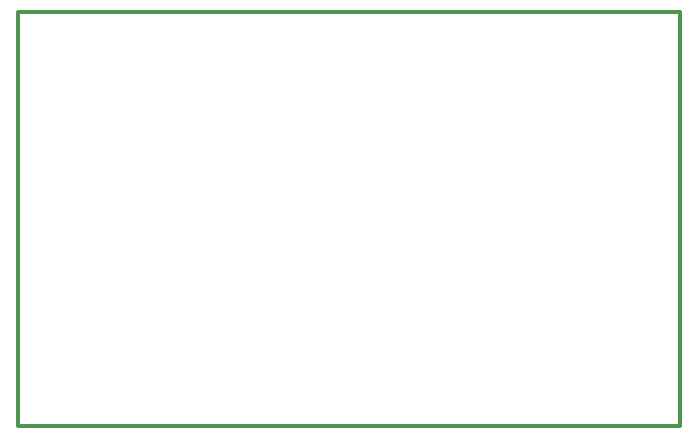
<source format=gko>
G75*
%MOIN*%
%OFA0B0*%
%FSLAX24Y24*%
%IPPOS*%
%LPD*%
%AMOC8*
5,1,8,0,0,1.08239X$1,22.5*
%
%ADD10C,0.0120*%
D10*
X000467Y000373D02*
X000467Y014152D01*
X022514Y014152D01*
X022514Y000373D01*
X000467Y000373D01*
M02*

</source>
